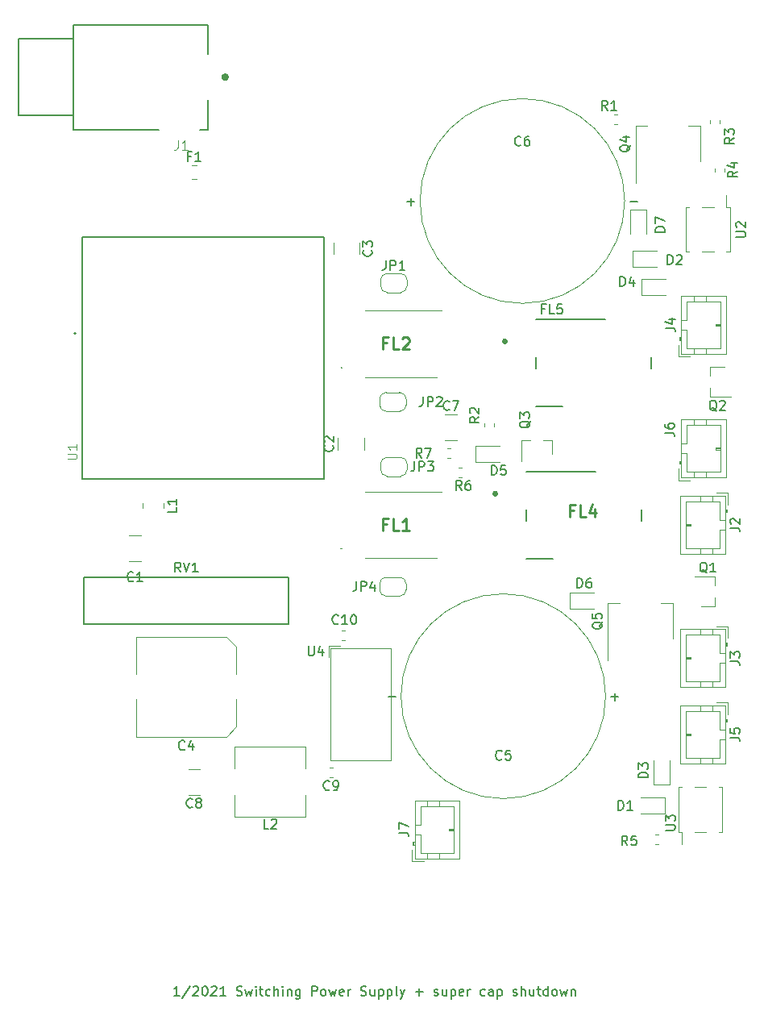
<source format=gto>
G04 #@! TF.GenerationSoftware,KiCad,Pcbnew,(5.1.5-0)*
G04 #@! TF.CreationDate,2021-01-24T11:48:24-07:00*
G04 #@! TF.ProjectId,power_cui,706f7765-725f-4637-9569-2e6b69636164,rev?*
G04 #@! TF.SameCoordinates,Original*
G04 #@! TF.FileFunction,Legend,Top*
G04 #@! TF.FilePolarity,Positive*
%FSLAX46Y46*%
G04 Gerber Fmt 4.6, Leading zero omitted, Abs format (unit mm)*
G04 Created by KiCad (PCBNEW (5.1.5-0)) date 2021-01-24 11:48:24*
%MOMM*%
%LPD*%
G04 APERTURE LIST*
%ADD10C,0.150000*%
%ADD11C,0.120000*%
%ADD12C,0.100000*%
%ADD13C,0.400000*%
%ADD14C,0.127000*%
%ADD15C,0.200000*%
%ADD16C,0.254000*%
%ADD17C,0.015000*%
G04 APERTURE END LIST*
D10*
X96476190Y-148452380D02*
X95904761Y-148452380D01*
X96190476Y-148452380D02*
X96190476Y-147452380D01*
X96095238Y-147595238D01*
X96000000Y-147690476D01*
X95904761Y-147738095D01*
X97619047Y-147404761D02*
X96761904Y-148690476D01*
X97904761Y-147547619D02*
X97952380Y-147500000D01*
X98047619Y-147452380D01*
X98285714Y-147452380D01*
X98380952Y-147500000D01*
X98428571Y-147547619D01*
X98476190Y-147642857D01*
X98476190Y-147738095D01*
X98428571Y-147880952D01*
X97857142Y-148452380D01*
X98476190Y-148452380D01*
X99095238Y-147452380D02*
X99190476Y-147452380D01*
X99285714Y-147500000D01*
X99333333Y-147547619D01*
X99380952Y-147642857D01*
X99428571Y-147833333D01*
X99428571Y-148071428D01*
X99380952Y-148261904D01*
X99333333Y-148357142D01*
X99285714Y-148404761D01*
X99190476Y-148452380D01*
X99095238Y-148452380D01*
X99000000Y-148404761D01*
X98952380Y-148357142D01*
X98904761Y-148261904D01*
X98857142Y-148071428D01*
X98857142Y-147833333D01*
X98904761Y-147642857D01*
X98952380Y-147547619D01*
X99000000Y-147500000D01*
X99095238Y-147452380D01*
X99809523Y-147547619D02*
X99857142Y-147500000D01*
X99952380Y-147452380D01*
X100190476Y-147452380D01*
X100285714Y-147500000D01*
X100333333Y-147547619D01*
X100380952Y-147642857D01*
X100380952Y-147738095D01*
X100333333Y-147880952D01*
X99761904Y-148452380D01*
X100380952Y-148452380D01*
X101333333Y-148452380D02*
X100761904Y-148452380D01*
X101047619Y-148452380D02*
X101047619Y-147452380D01*
X100952380Y-147595238D01*
X100857142Y-147690476D01*
X100761904Y-147738095D01*
X102476190Y-148404761D02*
X102619047Y-148452380D01*
X102857142Y-148452380D01*
X102952380Y-148404761D01*
X103000000Y-148357142D01*
X103047619Y-148261904D01*
X103047619Y-148166666D01*
X103000000Y-148071428D01*
X102952380Y-148023809D01*
X102857142Y-147976190D01*
X102666666Y-147928571D01*
X102571428Y-147880952D01*
X102523809Y-147833333D01*
X102476190Y-147738095D01*
X102476190Y-147642857D01*
X102523809Y-147547619D01*
X102571428Y-147500000D01*
X102666666Y-147452380D01*
X102904761Y-147452380D01*
X103047619Y-147500000D01*
X103380952Y-147785714D02*
X103571428Y-148452380D01*
X103761904Y-147976190D01*
X103952380Y-148452380D01*
X104142857Y-147785714D01*
X104523809Y-148452380D02*
X104523809Y-147785714D01*
X104523809Y-147452380D02*
X104476190Y-147500000D01*
X104523809Y-147547619D01*
X104571428Y-147500000D01*
X104523809Y-147452380D01*
X104523809Y-147547619D01*
X104857142Y-147785714D02*
X105238095Y-147785714D01*
X105000000Y-147452380D02*
X105000000Y-148309523D01*
X105047619Y-148404761D01*
X105142857Y-148452380D01*
X105238095Y-148452380D01*
X106000000Y-148404761D02*
X105904761Y-148452380D01*
X105714285Y-148452380D01*
X105619047Y-148404761D01*
X105571428Y-148357142D01*
X105523809Y-148261904D01*
X105523809Y-147976190D01*
X105571428Y-147880952D01*
X105619047Y-147833333D01*
X105714285Y-147785714D01*
X105904761Y-147785714D01*
X106000000Y-147833333D01*
X106428571Y-148452380D02*
X106428571Y-147452380D01*
X106857142Y-148452380D02*
X106857142Y-147928571D01*
X106809523Y-147833333D01*
X106714285Y-147785714D01*
X106571428Y-147785714D01*
X106476190Y-147833333D01*
X106428571Y-147880952D01*
X107333333Y-148452380D02*
X107333333Y-147785714D01*
X107333333Y-147452380D02*
X107285714Y-147500000D01*
X107333333Y-147547619D01*
X107380952Y-147500000D01*
X107333333Y-147452380D01*
X107333333Y-147547619D01*
X107809523Y-147785714D02*
X107809523Y-148452380D01*
X107809523Y-147880952D02*
X107857142Y-147833333D01*
X107952380Y-147785714D01*
X108095238Y-147785714D01*
X108190476Y-147833333D01*
X108238095Y-147928571D01*
X108238095Y-148452380D01*
X109142857Y-147785714D02*
X109142857Y-148595238D01*
X109095238Y-148690476D01*
X109047619Y-148738095D01*
X108952380Y-148785714D01*
X108809523Y-148785714D01*
X108714285Y-148738095D01*
X109142857Y-148404761D02*
X109047619Y-148452380D01*
X108857142Y-148452380D01*
X108761904Y-148404761D01*
X108714285Y-148357142D01*
X108666666Y-148261904D01*
X108666666Y-147976190D01*
X108714285Y-147880952D01*
X108761904Y-147833333D01*
X108857142Y-147785714D01*
X109047619Y-147785714D01*
X109142857Y-147833333D01*
X110380952Y-148452380D02*
X110380952Y-147452380D01*
X110761904Y-147452380D01*
X110857142Y-147500000D01*
X110904761Y-147547619D01*
X110952380Y-147642857D01*
X110952380Y-147785714D01*
X110904761Y-147880952D01*
X110857142Y-147928571D01*
X110761904Y-147976190D01*
X110380952Y-147976190D01*
X111523809Y-148452380D02*
X111428571Y-148404761D01*
X111380952Y-148357142D01*
X111333333Y-148261904D01*
X111333333Y-147976190D01*
X111380952Y-147880952D01*
X111428571Y-147833333D01*
X111523809Y-147785714D01*
X111666666Y-147785714D01*
X111761904Y-147833333D01*
X111809523Y-147880952D01*
X111857142Y-147976190D01*
X111857142Y-148261904D01*
X111809523Y-148357142D01*
X111761904Y-148404761D01*
X111666666Y-148452380D01*
X111523809Y-148452380D01*
X112190476Y-147785714D02*
X112380952Y-148452380D01*
X112571428Y-147976190D01*
X112761904Y-148452380D01*
X112952380Y-147785714D01*
X113714285Y-148404761D02*
X113619047Y-148452380D01*
X113428571Y-148452380D01*
X113333333Y-148404761D01*
X113285714Y-148309523D01*
X113285714Y-147928571D01*
X113333333Y-147833333D01*
X113428571Y-147785714D01*
X113619047Y-147785714D01*
X113714285Y-147833333D01*
X113761904Y-147928571D01*
X113761904Y-148023809D01*
X113285714Y-148119047D01*
X114190476Y-148452380D02*
X114190476Y-147785714D01*
X114190476Y-147976190D02*
X114238095Y-147880952D01*
X114285714Y-147833333D01*
X114380952Y-147785714D01*
X114476190Y-147785714D01*
X115523809Y-148404761D02*
X115666666Y-148452380D01*
X115904761Y-148452380D01*
X116000000Y-148404761D01*
X116047619Y-148357142D01*
X116095238Y-148261904D01*
X116095238Y-148166666D01*
X116047619Y-148071428D01*
X116000000Y-148023809D01*
X115904761Y-147976190D01*
X115714285Y-147928571D01*
X115619047Y-147880952D01*
X115571428Y-147833333D01*
X115523809Y-147738095D01*
X115523809Y-147642857D01*
X115571428Y-147547619D01*
X115619047Y-147500000D01*
X115714285Y-147452380D01*
X115952380Y-147452380D01*
X116095238Y-147500000D01*
X116952380Y-147785714D02*
X116952380Y-148452380D01*
X116523809Y-147785714D02*
X116523809Y-148309523D01*
X116571428Y-148404761D01*
X116666666Y-148452380D01*
X116809523Y-148452380D01*
X116904761Y-148404761D01*
X116952380Y-148357142D01*
X117428571Y-147785714D02*
X117428571Y-148785714D01*
X117428571Y-147833333D02*
X117523809Y-147785714D01*
X117714285Y-147785714D01*
X117809523Y-147833333D01*
X117857142Y-147880952D01*
X117904761Y-147976190D01*
X117904761Y-148261904D01*
X117857142Y-148357142D01*
X117809523Y-148404761D01*
X117714285Y-148452380D01*
X117523809Y-148452380D01*
X117428571Y-148404761D01*
X118333333Y-147785714D02*
X118333333Y-148785714D01*
X118333333Y-147833333D02*
X118428571Y-147785714D01*
X118619047Y-147785714D01*
X118714285Y-147833333D01*
X118761904Y-147880952D01*
X118809523Y-147976190D01*
X118809523Y-148261904D01*
X118761904Y-148357142D01*
X118714285Y-148404761D01*
X118619047Y-148452380D01*
X118428571Y-148452380D01*
X118333333Y-148404761D01*
X119380952Y-148452380D02*
X119285714Y-148404761D01*
X119238095Y-148309523D01*
X119238095Y-147452380D01*
X119666666Y-147785714D02*
X119904761Y-148452380D01*
X120142857Y-147785714D02*
X119904761Y-148452380D01*
X119809523Y-148690476D01*
X119761904Y-148738095D01*
X119666666Y-148785714D01*
X121285714Y-148071428D02*
X122047619Y-148071428D01*
X121666666Y-148452380D02*
X121666666Y-147690476D01*
X123238095Y-148404761D02*
X123333333Y-148452380D01*
X123523809Y-148452380D01*
X123619047Y-148404761D01*
X123666666Y-148309523D01*
X123666666Y-148261904D01*
X123619047Y-148166666D01*
X123523809Y-148119047D01*
X123380952Y-148119047D01*
X123285714Y-148071428D01*
X123238095Y-147976190D01*
X123238095Y-147928571D01*
X123285714Y-147833333D01*
X123380952Y-147785714D01*
X123523809Y-147785714D01*
X123619047Y-147833333D01*
X124523809Y-147785714D02*
X124523809Y-148452380D01*
X124095238Y-147785714D02*
X124095238Y-148309523D01*
X124142857Y-148404761D01*
X124238095Y-148452380D01*
X124380952Y-148452380D01*
X124476190Y-148404761D01*
X124523809Y-148357142D01*
X124999999Y-147785714D02*
X124999999Y-148785714D01*
X124999999Y-147833333D02*
X125095238Y-147785714D01*
X125285714Y-147785714D01*
X125380952Y-147833333D01*
X125428571Y-147880952D01*
X125476190Y-147976190D01*
X125476190Y-148261904D01*
X125428571Y-148357142D01*
X125380952Y-148404761D01*
X125285714Y-148452380D01*
X125095238Y-148452380D01*
X124999999Y-148404761D01*
X126285714Y-148404761D02*
X126190476Y-148452380D01*
X125999999Y-148452380D01*
X125904761Y-148404761D01*
X125857142Y-148309523D01*
X125857142Y-147928571D01*
X125904761Y-147833333D01*
X125999999Y-147785714D01*
X126190476Y-147785714D01*
X126285714Y-147833333D01*
X126333333Y-147928571D01*
X126333333Y-148023809D01*
X125857142Y-148119047D01*
X126761904Y-148452380D02*
X126761904Y-147785714D01*
X126761904Y-147976190D02*
X126809523Y-147880952D01*
X126857142Y-147833333D01*
X126952380Y-147785714D01*
X127047619Y-147785714D01*
X128571428Y-148404761D02*
X128476190Y-148452380D01*
X128285714Y-148452380D01*
X128190476Y-148404761D01*
X128142857Y-148357142D01*
X128095238Y-148261904D01*
X128095238Y-147976190D01*
X128142857Y-147880952D01*
X128190476Y-147833333D01*
X128285714Y-147785714D01*
X128476190Y-147785714D01*
X128571428Y-147833333D01*
X129428571Y-148452380D02*
X129428571Y-147928571D01*
X129380952Y-147833333D01*
X129285714Y-147785714D01*
X129095238Y-147785714D01*
X128999999Y-147833333D01*
X129428571Y-148404761D02*
X129333333Y-148452380D01*
X129095238Y-148452380D01*
X128999999Y-148404761D01*
X128952380Y-148309523D01*
X128952380Y-148214285D01*
X128999999Y-148119047D01*
X129095238Y-148071428D01*
X129333333Y-148071428D01*
X129428571Y-148023809D01*
X129904761Y-147785714D02*
X129904761Y-148785714D01*
X129904761Y-147833333D02*
X130000000Y-147785714D01*
X130190476Y-147785714D01*
X130285714Y-147833333D01*
X130333333Y-147880952D01*
X130380952Y-147976190D01*
X130380952Y-148261904D01*
X130333333Y-148357142D01*
X130285714Y-148404761D01*
X130190476Y-148452380D01*
X130000000Y-148452380D01*
X129904761Y-148404761D01*
X131523809Y-148404761D02*
X131619047Y-148452380D01*
X131809523Y-148452380D01*
X131904761Y-148404761D01*
X131952380Y-148309523D01*
X131952380Y-148261904D01*
X131904761Y-148166666D01*
X131809523Y-148119047D01*
X131666666Y-148119047D01*
X131571428Y-148071428D01*
X131523809Y-147976190D01*
X131523809Y-147928571D01*
X131571428Y-147833333D01*
X131666666Y-147785714D01*
X131809523Y-147785714D01*
X131904761Y-147833333D01*
X132380952Y-148452380D02*
X132380952Y-147452380D01*
X132809523Y-148452380D02*
X132809523Y-147928571D01*
X132761904Y-147833333D01*
X132666666Y-147785714D01*
X132523809Y-147785714D01*
X132428571Y-147833333D01*
X132380952Y-147880952D01*
X133714285Y-147785714D02*
X133714285Y-148452380D01*
X133285714Y-147785714D02*
X133285714Y-148309523D01*
X133333333Y-148404761D01*
X133428571Y-148452380D01*
X133571428Y-148452380D01*
X133666666Y-148404761D01*
X133714285Y-148357142D01*
X134047619Y-147785714D02*
X134428571Y-147785714D01*
X134190476Y-147452380D02*
X134190476Y-148309523D01*
X134238095Y-148404761D01*
X134333333Y-148452380D01*
X134428571Y-148452380D01*
X135190476Y-148452380D02*
X135190476Y-147452380D01*
X135190476Y-148404761D02*
X135095238Y-148452380D01*
X134904761Y-148452380D01*
X134809523Y-148404761D01*
X134761904Y-148357142D01*
X134714285Y-148261904D01*
X134714285Y-147976190D01*
X134761904Y-147880952D01*
X134809523Y-147833333D01*
X134904761Y-147785714D01*
X135095238Y-147785714D01*
X135190476Y-147833333D01*
X135809523Y-148452380D02*
X135714285Y-148404761D01*
X135666666Y-148357142D01*
X135619047Y-148261904D01*
X135619047Y-147976190D01*
X135666666Y-147880952D01*
X135714285Y-147833333D01*
X135809523Y-147785714D01*
X135952380Y-147785714D01*
X136047619Y-147833333D01*
X136095238Y-147880952D01*
X136142857Y-147976190D01*
X136142857Y-148261904D01*
X136095238Y-148357142D01*
X136047619Y-148404761D01*
X135952380Y-148452380D01*
X135809523Y-148452380D01*
X136476190Y-147785714D02*
X136666666Y-148452380D01*
X136857142Y-147976190D01*
X137047619Y-148452380D01*
X137238095Y-147785714D01*
X137619047Y-147785714D02*
X137619047Y-148452380D01*
X137619047Y-147880952D02*
X137666666Y-147833333D01*
X137761904Y-147785714D01*
X137904761Y-147785714D01*
X137999999Y-147833333D01*
X138047619Y-147928571D01*
X138047619Y-148452380D01*
D11*
X144390000Y-63100000D02*
X144390000Y-57090000D01*
X151210000Y-60850000D02*
X151210000Y-57090000D01*
X144390000Y-57090000D02*
X145650000Y-57090000D01*
X151210000Y-57090000D02*
X149950000Y-57090000D01*
X152190000Y-56528733D02*
X152190000Y-56871267D01*
X153210000Y-56528733D02*
X153210000Y-56871267D01*
X142128733Y-56910000D02*
X142471267Y-56910000D01*
X142128733Y-55890000D02*
X142471267Y-55890000D01*
X141490000Y-113200000D02*
X141490000Y-107190000D01*
X148310000Y-110950000D02*
X148310000Y-107190000D01*
X141490000Y-107190000D02*
X142750000Y-107190000D01*
X148310000Y-107190000D02*
X147050000Y-107190000D01*
X145550000Y-65900000D02*
X145550000Y-68450000D01*
X143850000Y-65900000D02*
X143850000Y-68450000D01*
X145550000Y-65900000D02*
X143850000Y-65900000D01*
X137500000Y-106150000D02*
X140050000Y-106150000D01*
X137500000Y-107850000D02*
X140050000Y-107850000D01*
X137500000Y-106150000D02*
X137500000Y-107850000D01*
X112150000Y-111730000D02*
X112150000Y-112930000D01*
X113350000Y-111730000D02*
X112150000Y-111730000D01*
X118690000Y-123700000D02*
X112350000Y-123700000D01*
X112350000Y-111930000D02*
X112350000Y-123700000D01*
X118690000Y-111930000D02*
X112350000Y-111930000D01*
X118690000Y-111930000D02*
X118690000Y-123700000D01*
X102300000Y-129700000D02*
X102300000Y-127400000D01*
X109700000Y-129700000D02*
X102300000Y-129700000D01*
X109700000Y-127400000D02*
X109700000Y-129700000D01*
X109700000Y-122300000D02*
X109700000Y-124600000D01*
X102300000Y-122300000D02*
X109700000Y-122300000D01*
X102300000Y-124600000D02*
X102300000Y-122300000D01*
X120890000Y-134360000D02*
X122140000Y-134360000D01*
X120890000Y-133110000D02*
X120890000Y-134360000D01*
X125300000Y-131000000D02*
X124800000Y-131000000D01*
X124800000Y-130900000D02*
X125300000Y-130900000D01*
X124800000Y-131100000D02*
X124800000Y-130900000D01*
X125300000Y-131100000D02*
X124800000Y-131100000D01*
X123800000Y-127940000D02*
X123800000Y-128550000D01*
X122500000Y-127940000D02*
X122500000Y-128550000D01*
X123800000Y-134060000D02*
X123800000Y-133450000D01*
X122500000Y-134060000D02*
X122500000Y-133450000D01*
X121800000Y-130500000D02*
X121190000Y-130500000D01*
X121800000Y-128550000D02*
X121800000Y-130500000D01*
X125300000Y-128550000D02*
X121800000Y-128550000D01*
X125300000Y-133450000D02*
X125300000Y-128550000D01*
X121800000Y-133450000D02*
X125300000Y-133450000D01*
X121800000Y-131500000D02*
X121800000Y-133450000D01*
X121190000Y-131500000D02*
X121800000Y-131500000D01*
X121090000Y-132300000D02*
X121090000Y-132600000D01*
X120990000Y-132600000D02*
X121190000Y-132600000D01*
X120990000Y-132300000D02*
X120990000Y-132600000D01*
X121190000Y-132300000D02*
X120990000Y-132300000D01*
X121190000Y-127940000D02*
X121190000Y-134060000D01*
X125910000Y-127940000D02*
X121190000Y-127940000D01*
X125910000Y-134060000D02*
X125910000Y-127940000D01*
X121190000Y-134060000D02*
X125910000Y-134060000D01*
X113871267Y-110090000D02*
X113528733Y-110090000D01*
X113871267Y-111110000D02*
X113528733Y-111110000D01*
X112571267Y-124490000D02*
X112228733Y-124490000D01*
X112571267Y-125510000D02*
X112228733Y-125510000D01*
X98602064Y-124640000D02*
X97397936Y-124640000D01*
X98602064Y-127360000D02*
X97397936Y-127360000D01*
D12*
X116000000Y-95500000D02*
X124000000Y-95500000D01*
X116000000Y-102500000D02*
X123500000Y-102500000D01*
X113500000Y-101500000D02*
X113500000Y-101500000D01*
X113400000Y-101500000D02*
X113400000Y-101500000D01*
X113400000Y-101500000D02*
G75*
G02X113500000Y-101500000I50000J0D01*
G01*
X113500000Y-101500000D02*
G75*
G02X113400000Y-101500000I-50000J0D01*
G01*
D11*
X124628733Y-92010000D02*
X124971267Y-92010000D01*
X124628733Y-90990000D02*
X124971267Y-90990000D01*
X126171267Y-92990000D02*
X125828733Y-92990000D01*
X126171267Y-94010000D02*
X125828733Y-94010000D01*
X135580000Y-90140000D02*
X135580000Y-91600000D01*
X132420000Y-90140000D02*
X132420000Y-92300000D01*
X132420000Y-90140000D02*
X133350000Y-90140000D01*
X135580000Y-90140000D02*
X134650000Y-90140000D01*
D12*
X116000000Y-76500000D02*
X124000000Y-76500000D01*
X116000000Y-83500000D02*
X123500000Y-83500000D01*
X113500000Y-82500000D02*
X113500000Y-82500000D01*
X113400000Y-82500000D02*
X113400000Y-82500000D01*
X113400000Y-82500000D02*
G75*
G02X113500000Y-82500000I50000J0D01*
G01*
X113500000Y-82500000D02*
G75*
G02X113400000Y-82500000I-50000J0D01*
G01*
D11*
X127600000Y-90750000D02*
X130150000Y-90750000D01*
X127600000Y-92450000D02*
X130150000Y-92450000D01*
X127600000Y-90750000D02*
X127600000Y-92450000D01*
X143250000Y-65000000D02*
G75*
G03X143250000Y-65000000I-10750000J0D01*
G01*
X141250000Y-117000000D02*
G75*
G03X141250000Y-117000000I-10750000J0D01*
G01*
X151820000Y-126550000D02*
X150580000Y-126550000D01*
X151820000Y-131250000D02*
X150580000Y-131250000D01*
X149250000Y-131250000D02*
X148900000Y-131250000D01*
X148900000Y-131250000D02*
X148900000Y-126550000D01*
X148900000Y-126550000D02*
X149250000Y-126550000D01*
X149250000Y-131250000D02*
X149250000Y-132500000D01*
X153150000Y-131250000D02*
X153500000Y-131250000D01*
X153500000Y-131250000D02*
X153500000Y-126550000D01*
X153500000Y-126550000D02*
X153150000Y-126550000D01*
X146428733Y-132510000D02*
X146771267Y-132510000D01*
X146428733Y-131490000D02*
X146771267Y-131490000D01*
X151380000Y-70350000D02*
X152620000Y-70350000D01*
X151380000Y-65650000D02*
X152620000Y-65650000D01*
X153950000Y-65650000D02*
X154300000Y-65650000D01*
X154300000Y-65650000D02*
X154300000Y-70350000D01*
X154300000Y-70350000D02*
X153950000Y-70350000D01*
X153950000Y-65650000D02*
X153950000Y-64400000D01*
X150050000Y-65650000D02*
X149700000Y-65650000D01*
X149700000Y-65650000D02*
X149700000Y-70350000D01*
X149700000Y-70350000D02*
X150050000Y-70350000D01*
X152690000Y-61553733D02*
X152690000Y-61896267D01*
X153710000Y-61553733D02*
X153710000Y-61896267D01*
D13*
X101480000Y-51990000D02*
G75*
G03X101480000Y-51990000I-200000J0D01*
G01*
D14*
X85300000Y-57500000D02*
X85300000Y-56000000D01*
X85300000Y-56000000D02*
X85300000Y-48000000D01*
X85300000Y-48000000D02*
X85300000Y-46500000D01*
X85300000Y-46500000D02*
X99500000Y-46500000D01*
X79600000Y-56000000D02*
X79600000Y-48000000D01*
X79600000Y-48000000D02*
X85300000Y-48000000D01*
X79600000Y-56000000D02*
X85300000Y-56000000D01*
X94300000Y-57500000D02*
X85300000Y-57500000D01*
X99500000Y-57500000D02*
X98600000Y-57500000D01*
X99500000Y-54400000D02*
X99500000Y-57500000D01*
X99500000Y-46500000D02*
X99500000Y-49600000D01*
D11*
X148890000Y-94360000D02*
X150140000Y-94360000D01*
X148890000Y-93110000D02*
X148890000Y-94360000D01*
X153300000Y-91000000D02*
X152800000Y-91000000D01*
X152800000Y-90900000D02*
X153300000Y-90900000D01*
X152800000Y-91100000D02*
X152800000Y-90900000D01*
X153300000Y-91100000D02*
X152800000Y-91100000D01*
X151800000Y-87940000D02*
X151800000Y-88550000D01*
X150500000Y-87940000D02*
X150500000Y-88550000D01*
X151800000Y-94060000D02*
X151800000Y-93450000D01*
X150500000Y-94060000D02*
X150500000Y-93450000D01*
X149800000Y-90500000D02*
X149190000Y-90500000D01*
X149800000Y-88550000D02*
X149800000Y-90500000D01*
X153300000Y-88550000D02*
X149800000Y-88550000D01*
X153300000Y-93450000D02*
X153300000Y-88550000D01*
X149800000Y-93450000D02*
X153300000Y-93450000D01*
X149800000Y-91500000D02*
X149800000Y-93450000D01*
X149190000Y-91500000D02*
X149800000Y-91500000D01*
X149090000Y-92300000D02*
X149090000Y-92600000D01*
X148990000Y-92600000D02*
X149190000Y-92600000D01*
X148990000Y-92300000D02*
X148990000Y-92600000D01*
X149190000Y-92300000D02*
X148990000Y-92300000D01*
X149190000Y-87940000D02*
X149190000Y-94060000D01*
X153910000Y-87940000D02*
X149190000Y-87940000D01*
X153910000Y-94060000D02*
X153910000Y-87940000D01*
X149190000Y-94060000D02*
X153910000Y-94060000D01*
X124397936Y-90160000D02*
X125602064Y-90160000D01*
X124397936Y-87440000D02*
X125602064Y-87440000D01*
X128490000Y-88328733D02*
X128490000Y-88671267D01*
X129510000Y-88328733D02*
X129510000Y-88671267D01*
X152240000Y-82420000D02*
X153700000Y-82420000D01*
X152240000Y-85580000D02*
X154400000Y-85580000D01*
X152240000Y-85580000D02*
X152240000Y-84650000D01*
X152240000Y-82420000D02*
X152240000Y-83350000D01*
X152760000Y-107580000D02*
X151300000Y-107580000D01*
X152760000Y-104420000D02*
X150600000Y-104420000D01*
X152760000Y-104420000D02*
X152760000Y-105350000D01*
X152760000Y-107580000D02*
X152760000Y-106650000D01*
X154110000Y-117640000D02*
X152860000Y-117640000D01*
X154110000Y-118890000D02*
X154110000Y-117640000D01*
X149700000Y-121000000D02*
X150200000Y-121000000D01*
X150200000Y-121100000D02*
X149700000Y-121100000D01*
X150200000Y-120900000D02*
X150200000Y-121100000D01*
X149700000Y-120900000D02*
X150200000Y-120900000D01*
X151200000Y-124060000D02*
X151200000Y-123450000D01*
X152500000Y-124060000D02*
X152500000Y-123450000D01*
X151200000Y-117940000D02*
X151200000Y-118550000D01*
X152500000Y-117940000D02*
X152500000Y-118550000D01*
X153200000Y-121500000D02*
X153810000Y-121500000D01*
X153200000Y-123450000D02*
X153200000Y-121500000D01*
X149700000Y-123450000D02*
X153200000Y-123450000D01*
X149700000Y-118550000D02*
X149700000Y-123450000D01*
X153200000Y-118550000D02*
X149700000Y-118550000D01*
X153200000Y-120500000D02*
X153200000Y-118550000D01*
X153810000Y-120500000D02*
X153200000Y-120500000D01*
X153910000Y-119700000D02*
X153910000Y-119400000D01*
X154010000Y-119400000D02*
X153810000Y-119400000D01*
X154010000Y-119700000D02*
X154010000Y-119400000D01*
X153810000Y-119700000D02*
X154010000Y-119700000D01*
X153810000Y-124060000D02*
X153810000Y-117940000D01*
X149090000Y-124060000D02*
X153810000Y-124060000D01*
X149090000Y-117940000D02*
X149090000Y-124060000D01*
X153810000Y-117940000D02*
X149090000Y-117940000D01*
X148890000Y-81360000D02*
X150140000Y-81360000D01*
X148890000Y-80110000D02*
X148890000Y-81360000D01*
X153300000Y-78000000D02*
X152800000Y-78000000D01*
X152800000Y-77900000D02*
X153300000Y-77900000D01*
X152800000Y-78100000D02*
X152800000Y-77900000D01*
X153300000Y-78100000D02*
X152800000Y-78100000D01*
X151800000Y-74940000D02*
X151800000Y-75550000D01*
X150500000Y-74940000D02*
X150500000Y-75550000D01*
X151800000Y-81060000D02*
X151800000Y-80450000D01*
X150500000Y-81060000D02*
X150500000Y-80450000D01*
X149800000Y-77500000D02*
X149190000Y-77500000D01*
X149800000Y-75550000D02*
X149800000Y-77500000D01*
X153300000Y-75550000D02*
X149800000Y-75550000D01*
X153300000Y-80450000D02*
X153300000Y-75550000D01*
X149800000Y-80450000D02*
X153300000Y-80450000D01*
X149800000Y-78500000D02*
X149800000Y-80450000D01*
X149190000Y-78500000D02*
X149800000Y-78500000D01*
X149090000Y-79300000D02*
X149090000Y-79600000D01*
X148990000Y-79600000D02*
X149190000Y-79600000D01*
X148990000Y-79300000D02*
X148990000Y-79600000D01*
X149190000Y-79300000D02*
X148990000Y-79300000D01*
X149190000Y-74940000D02*
X149190000Y-81060000D01*
X153910000Y-74940000D02*
X149190000Y-74940000D01*
X153910000Y-81060000D02*
X153910000Y-74940000D01*
X149190000Y-81060000D02*
X153910000Y-81060000D01*
X154110000Y-109640000D02*
X152860000Y-109640000D01*
X154110000Y-110890000D02*
X154110000Y-109640000D01*
X149700000Y-113000000D02*
X150200000Y-113000000D01*
X150200000Y-113100000D02*
X149700000Y-113100000D01*
X150200000Y-112900000D02*
X150200000Y-113100000D01*
X149700000Y-112900000D02*
X150200000Y-112900000D01*
X151200000Y-116060000D02*
X151200000Y-115450000D01*
X152500000Y-116060000D02*
X152500000Y-115450000D01*
X151200000Y-109940000D02*
X151200000Y-110550000D01*
X152500000Y-109940000D02*
X152500000Y-110550000D01*
X153200000Y-113500000D02*
X153810000Y-113500000D01*
X153200000Y-115450000D02*
X153200000Y-113500000D01*
X149700000Y-115450000D02*
X153200000Y-115450000D01*
X149700000Y-110550000D02*
X149700000Y-115450000D01*
X153200000Y-110550000D02*
X149700000Y-110550000D01*
X153200000Y-112500000D02*
X153200000Y-110550000D01*
X153810000Y-112500000D02*
X153200000Y-112500000D01*
X153910000Y-111700000D02*
X153910000Y-111400000D01*
X154010000Y-111400000D02*
X153810000Y-111400000D01*
X154010000Y-111700000D02*
X154010000Y-111400000D01*
X153810000Y-111700000D02*
X154010000Y-111700000D01*
X153810000Y-116060000D02*
X153810000Y-109940000D01*
X149090000Y-116060000D02*
X153810000Y-116060000D01*
X149090000Y-109940000D02*
X149090000Y-116060000D01*
X153810000Y-109940000D02*
X149090000Y-109940000D01*
X154110000Y-95640000D02*
X152860000Y-95640000D01*
X154110000Y-96890000D02*
X154110000Y-95640000D01*
X149700000Y-99000000D02*
X150200000Y-99000000D01*
X150200000Y-99100000D02*
X149700000Y-99100000D01*
X150200000Y-98900000D02*
X150200000Y-99100000D01*
X149700000Y-98900000D02*
X150200000Y-98900000D01*
X151200000Y-102060000D02*
X151200000Y-101450000D01*
X152500000Y-102060000D02*
X152500000Y-101450000D01*
X151200000Y-95940000D02*
X151200000Y-96550000D01*
X152500000Y-95940000D02*
X152500000Y-96550000D01*
X153200000Y-99500000D02*
X153810000Y-99500000D01*
X153200000Y-101450000D02*
X153200000Y-99500000D01*
X149700000Y-101450000D02*
X153200000Y-101450000D01*
X149700000Y-96550000D02*
X149700000Y-101450000D01*
X153200000Y-96550000D02*
X149700000Y-96550000D01*
X153200000Y-98500000D02*
X153200000Y-96550000D01*
X153810000Y-98500000D02*
X153200000Y-98500000D01*
X153910000Y-97700000D02*
X153910000Y-97400000D01*
X154010000Y-97400000D02*
X153810000Y-97400000D01*
X154010000Y-97700000D02*
X154010000Y-97400000D01*
X153810000Y-97700000D02*
X154010000Y-97700000D01*
X153810000Y-102060000D02*
X153810000Y-95940000D01*
X149090000Y-102060000D02*
X153810000Y-102060000D01*
X149090000Y-95940000D02*
X149090000Y-102060000D01*
X153810000Y-95940000D02*
X149090000Y-95940000D01*
X145000000Y-73150000D02*
X147550000Y-73150000D01*
X145000000Y-74850000D02*
X147550000Y-74850000D01*
X145000000Y-73150000D02*
X145000000Y-74850000D01*
X146250000Y-126300000D02*
X146250000Y-123750000D01*
X147950000Y-126300000D02*
X147950000Y-123750000D01*
X146250000Y-126300000D02*
X147950000Y-126300000D01*
X144100000Y-70250000D02*
X146650000Y-70250000D01*
X144100000Y-71950000D02*
X146650000Y-71950000D01*
X144100000Y-70250000D02*
X144100000Y-71950000D01*
X147500000Y-129350000D02*
X144950000Y-129350000D01*
X147500000Y-127650000D02*
X144950000Y-127650000D01*
X147500000Y-129350000D02*
X147500000Y-127650000D01*
X92590000Y-96738748D02*
X92590000Y-97261252D01*
X94810000Y-96738748D02*
X94810000Y-97261252D01*
D14*
X111700000Y-94200000D02*
X86300000Y-94200000D01*
X86300000Y-94200000D02*
X86300000Y-68800000D01*
X86300000Y-68800000D02*
X111700000Y-68800000D01*
X111700000Y-68800000D02*
X111700000Y-94200000D01*
D15*
X85600000Y-78900000D02*
G75*
G03X85600000Y-78900000I-100000J0D01*
G01*
D10*
X107950000Y-109400000D02*
X107950000Y-104500000D01*
X86450000Y-109400000D02*
X86450000Y-104500000D01*
X107950000Y-109400000D02*
X86450000Y-109400000D01*
X107950000Y-104500000D02*
X86450000Y-104500000D01*
D11*
X97738748Y-62710000D02*
X98261252Y-62710000D01*
X97738748Y-61290000D02*
X98261252Y-61290000D01*
X102460000Y-111804437D02*
X101395563Y-110740000D01*
X102460000Y-120195563D02*
X101395563Y-121260000D01*
X102460000Y-120195563D02*
X102460000Y-117310000D01*
X102460000Y-111804437D02*
X102460000Y-114690000D01*
X101395563Y-110740000D02*
X91940000Y-110740000D01*
X101395563Y-121260000D02*
X91940000Y-121260000D01*
X91940000Y-121260000D02*
X91940000Y-117310000D01*
X91940000Y-110740000D02*
X91940000Y-114690000D01*
X112640000Y-69397936D02*
X112640000Y-70602064D01*
X115360000Y-69397936D02*
X115360000Y-70602064D01*
X115860000Y-91102064D02*
X115860000Y-89897936D01*
X113140000Y-91102064D02*
X113140000Y-89897936D01*
X92402064Y-100140000D02*
X91197936Y-100140000D01*
X92402064Y-102860000D02*
X91197936Y-102860000D01*
D16*
X129838000Y-95742000D02*
G75*
G03X129838000Y-95742000I-180000J0D01*
G01*
D15*
X145050000Y-97400000D02*
X145050000Y-98600000D01*
X132950000Y-97400000D02*
X132950000Y-98600000D01*
X132950000Y-102550000D02*
X135716000Y-102550000D01*
X132950000Y-93450000D02*
X140193000Y-93450000D01*
D16*
X130838000Y-79742000D02*
G75*
G03X130838000Y-79742000I-180000J0D01*
G01*
D15*
X146050000Y-81400000D02*
X146050000Y-82600000D01*
X133950000Y-81400000D02*
X133950000Y-82600000D01*
X133950000Y-86550000D02*
X136716000Y-86550000D01*
X133950000Y-77450000D02*
X141193000Y-77450000D01*
D11*
X118200000Y-104500000D02*
X119600000Y-104500000D01*
X120300000Y-105200000D02*
X120300000Y-105800000D01*
X119600000Y-106500000D02*
X118200000Y-106500000D01*
X117500000Y-105800000D02*
X117500000Y-105200000D01*
X117500000Y-105200000D02*
G75*
G02X118200000Y-104500000I700000J0D01*
G01*
X118200000Y-106500000D02*
G75*
G02X117500000Y-105800000I0J700000D01*
G01*
X120300000Y-105800000D02*
G75*
G02X119600000Y-106500000I-700000J0D01*
G01*
X119600000Y-104500000D02*
G75*
G02X120300000Y-105200000I0J-700000D01*
G01*
X118300000Y-91900000D02*
X119700000Y-91900000D01*
X120400000Y-92600000D02*
X120400000Y-93200000D01*
X119700000Y-93900000D02*
X118300000Y-93900000D01*
X117600000Y-93200000D02*
X117600000Y-92600000D01*
X117600000Y-92600000D02*
G75*
G02X118300000Y-91900000I700000J0D01*
G01*
X118300000Y-93900000D02*
G75*
G02X117600000Y-93200000I0J700000D01*
G01*
X120400000Y-93200000D02*
G75*
G02X119700000Y-93900000I-700000J0D01*
G01*
X119700000Y-91900000D02*
G75*
G02X120400000Y-92600000I0J-700000D01*
G01*
X118200000Y-85100000D02*
X119600000Y-85100000D01*
X120300000Y-85800000D02*
X120300000Y-86400000D01*
X119600000Y-87100000D02*
X118200000Y-87100000D01*
X117500000Y-86400000D02*
X117500000Y-85800000D01*
X117500000Y-85800000D02*
G75*
G02X118200000Y-85100000I700000J0D01*
G01*
X118200000Y-87100000D02*
G75*
G02X117500000Y-86400000I0J700000D01*
G01*
X120300000Y-86400000D02*
G75*
G02X119600000Y-87100000I-700000J0D01*
G01*
X119600000Y-85100000D02*
G75*
G02X120300000Y-85800000I0J-700000D01*
G01*
X118300000Y-72600000D02*
X119700000Y-72600000D01*
X120400000Y-73300000D02*
X120400000Y-73900000D01*
X119700000Y-74600000D02*
X118300000Y-74600000D01*
X117600000Y-73900000D02*
X117600000Y-73300000D01*
X117600000Y-73300000D02*
G75*
G02X118300000Y-72600000I700000J0D01*
G01*
X118300000Y-74600000D02*
G75*
G02X117600000Y-73900000I0J700000D01*
G01*
X120400000Y-73900000D02*
G75*
G02X119700000Y-74600000I-700000J0D01*
G01*
X119700000Y-72600000D02*
G75*
G02X120400000Y-73300000I0J-700000D01*
G01*
D10*
X143847619Y-59095238D02*
X143800000Y-59190476D01*
X143704761Y-59285714D01*
X143561904Y-59428571D01*
X143514285Y-59523809D01*
X143514285Y-59619047D01*
X143752380Y-59571428D02*
X143704761Y-59666666D01*
X143609523Y-59761904D01*
X143419047Y-59809523D01*
X143085714Y-59809523D01*
X142895238Y-59761904D01*
X142800000Y-59666666D01*
X142752380Y-59571428D01*
X142752380Y-59380952D01*
X142800000Y-59285714D01*
X142895238Y-59190476D01*
X143085714Y-59142857D01*
X143419047Y-59142857D01*
X143609523Y-59190476D01*
X143704761Y-59285714D01*
X143752380Y-59380952D01*
X143752380Y-59571428D01*
X143085714Y-58285714D02*
X143752380Y-58285714D01*
X142704761Y-58523809D02*
X143419047Y-58761904D01*
X143419047Y-58142857D01*
X154752380Y-58366666D02*
X154276190Y-58700000D01*
X154752380Y-58938095D02*
X153752380Y-58938095D01*
X153752380Y-58557142D01*
X153800000Y-58461904D01*
X153847619Y-58414285D01*
X153942857Y-58366666D01*
X154085714Y-58366666D01*
X154180952Y-58414285D01*
X154228571Y-58461904D01*
X154276190Y-58557142D01*
X154276190Y-58938095D01*
X153752380Y-58033333D02*
X153752380Y-57414285D01*
X154133333Y-57747619D01*
X154133333Y-57604761D01*
X154180952Y-57509523D01*
X154228571Y-57461904D01*
X154323809Y-57414285D01*
X154561904Y-57414285D01*
X154657142Y-57461904D01*
X154704761Y-57509523D01*
X154752380Y-57604761D01*
X154752380Y-57890476D01*
X154704761Y-57985714D01*
X154657142Y-58033333D01*
X141433333Y-55452380D02*
X141100000Y-54976190D01*
X140861904Y-55452380D02*
X140861904Y-54452380D01*
X141242857Y-54452380D01*
X141338095Y-54500000D01*
X141385714Y-54547619D01*
X141433333Y-54642857D01*
X141433333Y-54785714D01*
X141385714Y-54880952D01*
X141338095Y-54928571D01*
X141242857Y-54976190D01*
X140861904Y-54976190D01*
X142385714Y-55452380D02*
X141814285Y-55452380D01*
X142100000Y-55452380D02*
X142100000Y-54452380D01*
X142004761Y-54595238D01*
X141909523Y-54690476D01*
X141814285Y-54738095D01*
X140947619Y-109195238D02*
X140900000Y-109290476D01*
X140804761Y-109385714D01*
X140661904Y-109528571D01*
X140614285Y-109623809D01*
X140614285Y-109719047D01*
X140852380Y-109671428D02*
X140804761Y-109766666D01*
X140709523Y-109861904D01*
X140519047Y-109909523D01*
X140185714Y-109909523D01*
X139995238Y-109861904D01*
X139900000Y-109766666D01*
X139852380Y-109671428D01*
X139852380Y-109480952D01*
X139900000Y-109385714D01*
X139995238Y-109290476D01*
X140185714Y-109242857D01*
X140519047Y-109242857D01*
X140709523Y-109290476D01*
X140804761Y-109385714D01*
X140852380Y-109480952D01*
X140852380Y-109671428D01*
X139852380Y-108338095D02*
X139852380Y-108814285D01*
X140328571Y-108861904D01*
X140280952Y-108814285D01*
X140233333Y-108719047D01*
X140233333Y-108480952D01*
X140280952Y-108385714D01*
X140328571Y-108338095D01*
X140423809Y-108290476D01*
X140661904Y-108290476D01*
X140757142Y-108338095D01*
X140804761Y-108385714D01*
X140852380Y-108480952D01*
X140852380Y-108719047D01*
X140804761Y-108814285D01*
X140757142Y-108861904D01*
X147452380Y-68238095D02*
X146452380Y-68238095D01*
X146452380Y-68000000D01*
X146500000Y-67857142D01*
X146595238Y-67761904D01*
X146690476Y-67714285D01*
X146880952Y-67666666D01*
X147023809Y-67666666D01*
X147214285Y-67714285D01*
X147309523Y-67761904D01*
X147404761Y-67857142D01*
X147452380Y-68000000D01*
X147452380Y-68238095D01*
X146452380Y-67333333D02*
X146452380Y-66666666D01*
X147452380Y-67095238D01*
X138261904Y-105602380D02*
X138261904Y-104602380D01*
X138500000Y-104602380D01*
X138642857Y-104650000D01*
X138738095Y-104745238D01*
X138785714Y-104840476D01*
X138833333Y-105030952D01*
X138833333Y-105173809D01*
X138785714Y-105364285D01*
X138738095Y-105459523D01*
X138642857Y-105554761D01*
X138500000Y-105602380D01*
X138261904Y-105602380D01*
X139690476Y-104602380D02*
X139500000Y-104602380D01*
X139404761Y-104650000D01*
X139357142Y-104697619D01*
X139261904Y-104840476D01*
X139214285Y-105030952D01*
X139214285Y-105411904D01*
X139261904Y-105507142D01*
X139309523Y-105554761D01*
X139404761Y-105602380D01*
X139595238Y-105602380D01*
X139690476Y-105554761D01*
X139738095Y-105507142D01*
X139785714Y-105411904D01*
X139785714Y-105173809D01*
X139738095Y-105078571D01*
X139690476Y-105030952D01*
X139595238Y-104983333D01*
X139404761Y-104983333D01*
X139309523Y-105030952D01*
X139261904Y-105078571D01*
X139214285Y-105173809D01*
X110038095Y-111752380D02*
X110038095Y-112561904D01*
X110085714Y-112657142D01*
X110133333Y-112704761D01*
X110228571Y-112752380D01*
X110419047Y-112752380D01*
X110514285Y-112704761D01*
X110561904Y-112657142D01*
X110609523Y-112561904D01*
X110609523Y-111752380D01*
X111514285Y-112085714D02*
X111514285Y-112752380D01*
X111276190Y-111704761D02*
X111038095Y-112419047D01*
X111657142Y-112419047D01*
X105833333Y-130902380D02*
X105357142Y-130902380D01*
X105357142Y-129902380D01*
X106119047Y-129997619D02*
X106166666Y-129950000D01*
X106261904Y-129902380D01*
X106500000Y-129902380D01*
X106595238Y-129950000D01*
X106642857Y-129997619D01*
X106690476Y-130092857D01*
X106690476Y-130188095D01*
X106642857Y-130330952D01*
X106071428Y-130902380D01*
X106690476Y-130902380D01*
X119552380Y-131333333D02*
X120266666Y-131333333D01*
X120409523Y-131380952D01*
X120504761Y-131476190D01*
X120552380Y-131619047D01*
X120552380Y-131714285D01*
X119552380Y-130952380D02*
X119552380Y-130285714D01*
X120552380Y-130714285D01*
X113157142Y-109357142D02*
X113109523Y-109404761D01*
X112966666Y-109452380D01*
X112871428Y-109452380D01*
X112728571Y-109404761D01*
X112633333Y-109309523D01*
X112585714Y-109214285D01*
X112538095Y-109023809D01*
X112538095Y-108880952D01*
X112585714Y-108690476D01*
X112633333Y-108595238D01*
X112728571Y-108500000D01*
X112871428Y-108452380D01*
X112966666Y-108452380D01*
X113109523Y-108500000D01*
X113157142Y-108547619D01*
X114109523Y-109452380D02*
X113538095Y-109452380D01*
X113823809Y-109452380D02*
X113823809Y-108452380D01*
X113728571Y-108595238D01*
X113633333Y-108690476D01*
X113538095Y-108738095D01*
X114728571Y-108452380D02*
X114823809Y-108452380D01*
X114919047Y-108500000D01*
X114966666Y-108547619D01*
X115014285Y-108642857D01*
X115061904Y-108833333D01*
X115061904Y-109071428D01*
X115014285Y-109261904D01*
X114966666Y-109357142D01*
X114919047Y-109404761D01*
X114823809Y-109452380D01*
X114728571Y-109452380D01*
X114633333Y-109404761D01*
X114585714Y-109357142D01*
X114538095Y-109261904D01*
X114490476Y-109071428D01*
X114490476Y-108833333D01*
X114538095Y-108642857D01*
X114585714Y-108547619D01*
X114633333Y-108500000D01*
X114728571Y-108452380D01*
X112233333Y-126787142D02*
X112185714Y-126834761D01*
X112042857Y-126882380D01*
X111947619Y-126882380D01*
X111804761Y-126834761D01*
X111709523Y-126739523D01*
X111661904Y-126644285D01*
X111614285Y-126453809D01*
X111614285Y-126310952D01*
X111661904Y-126120476D01*
X111709523Y-126025238D01*
X111804761Y-125930000D01*
X111947619Y-125882380D01*
X112042857Y-125882380D01*
X112185714Y-125930000D01*
X112233333Y-125977619D01*
X112709523Y-126882380D02*
X112900000Y-126882380D01*
X112995238Y-126834761D01*
X113042857Y-126787142D01*
X113138095Y-126644285D01*
X113185714Y-126453809D01*
X113185714Y-126072857D01*
X113138095Y-125977619D01*
X113090476Y-125930000D01*
X112995238Y-125882380D01*
X112804761Y-125882380D01*
X112709523Y-125930000D01*
X112661904Y-125977619D01*
X112614285Y-126072857D01*
X112614285Y-126310952D01*
X112661904Y-126406190D01*
X112709523Y-126453809D01*
X112804761Y-126501428D01*
X112995238Y-126501428D01*
X113090476Y-126453809D01*
X113138095Y-126406190D01*
X113185714Y-126310952D01*
X97833333Y-128637142D02*
X97785714Y-128684761D01*
X97642857Y-128732380D01*
X97547619Y-128732380D01*
X97404761Y-128684761D01*
X97309523Y-128589523D01*
X97261904Y-128494285D01*
X97214285Y-128303809D01*
X97214285Y-128160952D01*
X97261904Y-127970476D01*
X97309523Y-127875238D01*
X97404761Y-127780000D01*
X97547619Y-127732380D01*
X97642857Y-127732380D01*
X97785714Y-127780000D01*
X97833333Y-127827619D01*
X98404761Y-128160952D02*
X98309523Y-128113333D01*
X98261904Y-128065714D01*
X98214285Y-127970476D01*
X98214285Y-127922857D01*
X98261904Y-127827619D01*
X98309523Y-127780000D01*
X98404761Y-127732380D01*
X98595238Y-127732380D01*
X98690476Y-127780000D01*
X98738095Y-127827619D01*
X98785714Y-127922857D01*
X98785714Y-127970476D01*
X98738095Y-128065714D01*
X98690476Y-128113333D01*
X98595238Y-128160952D01*
X98404761Y-128160952D01*
X98309523Y-128208571D01*
X98261904Y-128256190D01*
X98214285Y-128351428D01*
X98214285Y-128541904D01*
X98261904Y-128637142D01*
X98309523Y-128684761D01*
X98404761Y-128732380D01*
X98595238Y-128732380D01*
X98690476Y-128684761D01*
X98738095Y-128637142D01*
X98785714Y-128541904D01*
X98785714Y-128351428D01*
X98738095Y-128256190D01*
X98690476Y-128208571D01*
X98595238Y-128160952D01*
D16*
X118262619Y-98909285D02*
X117839285Y-98909285D01*
X117839285Y-99574523D02*
X117839285Y-98304523D01*
X118444047Y-98304523D01*
X119532619Y-99574523D02*
X118927857Y-99574523D01*
X118927857Y-98304523D01*
X120621190Y-99574523D02*
X119895476Y-99574523D01*
X120258333Y-99574523D02*
X120258333Y-98304523D01*
X120137380Y-98485952D01*
X120016428Y-98606904D01*
X119895476Y-98667380D01*
D10*
X121933333Y-91952380D02*
X121600000Y-91476190D01*
X121361904Y-91952380D02*
X121361904Y-90952380D01*
X121742857Y-90952380D01*
X121838095Y-91000000D01*
X121885714Y-91047619D01*
X121933333Y-91142857D01*
X121933333Y-91285714D01*
X121885714Y-91380952D01*
X121838095Y-91428571D01*
X121742857Y-91476190D01*
X121361904Y-91476190D01*
X122266666Y-90952380D02*
X122933333Y-90952380D01*
X122504761Y-91952380D01*
X126133333Y-95352380D02*
X125800000Y-94876190D01*
X125561904Y-95352380D02*
X125561904Y-94352380D01*
X125942857Y-94352380D01*
X126038095Y-94400000D01*
X126085714Y-94447619D01*
X126133333Y-94542857D01*
X126133333Y-94685714D01*
X126085714Y-94780952D01*
X126038095Y-94828571D01*
X125942857Y-94876190D01*
X125561904Y-94876190D01*
X126990476Y-94352380D02*
X126800000Y-94352380D01*
X126704761Y-94400000D01*
X126657142Y-94447619D01*
X126561904Y-94590476D01*
X126514285Y-94780952D01*
X126514285Y-95161904D01*
X126561904Y-95257142D01*
X126609523Y-95304761D01*
X126704761Y-95352380D01*
X126895238Y-95352380D01*
X126990476Y-95304761D01*
X127038095Y-95257142D01*
X127085714Y-95161904D01*
X127085714Y-94923809D01*
X127038095Y-94828571D01*
X126990476Y-94780952D01*
X126895238Y-94733333D01*
X126704761Y-94733333D01*
X126609523Y-94780952D01*
X126561904Y-94828571D01*
X126514285Y-94923809D01*
X133347619Y-88095238D02*
X133300000Y-88190476D01*
X133204761Y-88285714D01*
X133061904Y-88428571D01*
X133014285Y-88523809D01*
X133014285Y-88619047D01*
X133252380Y-88571428D02*
X133204761Y-88666666D01*
X133109523Y-88761904D01*
X132919047Y-88809523D01*
X132585714Y-88809523D01*
X132395238Y-88761904D01*
X132300000Y-88666666D01*
X132252380Y-88571428D01*
X132252380Y-88380952D01*
X132300000Y-88285714D01*
X132395238Y-88190476D01*
X132585714Y-88142857D01*
X132919047Y-88142857D01*
X133109523Y-88190476D01*
X133204761Y-88285714D01*
X133252380Y-88380952D01*
X133252380Y-88571428D01*
X132252380Y-87809523D02*
X132252380Y-87190476D01*
X132633333Y-87523809D01*
X132633333Y-87380952D01*
X132680952Y-87285714D01*
X132728571Y-87238095D01*
X132823809Y-87190476D01*
X133061904Y-87190476D01*
X133157142Y-87238095D01*
X133204761Y-87285714D01*
X133252380Y-87380952D01*
X133252380Y-87666666D01*
X133204761Y-87761904D01*
X133157142Y-87809523D01*
D16*
X118262619Y-79909285D02*
X117839285Y-79909285D01*
X117839285Y-80574523D02*
X117839285Y-79304523D01*
X118444047Y-79304523D01*
X119532619Y-80574523D02*
X118927857Y-80574523D01*
X118927857Y-79304523D01*
X119895476Y-79425476D02*
X119955952Y-79365000D01*
X120076904Y-79304523D01*
X120379285Y-79304523D01*
X120500238Y-79365000D01*
X120560714Y-79425476D01*
X120621190Y-79546428D01*
X120621190Y-79667380D01*
X120560714Y-79848809D01*
X119835000Y-80574523D01*
X120621190Y-80574523D01*
D10*
X129261904Y-93752380D02*
X129261904Y-92752380D01*
X129500000Y-92752380D01*
X129642857Y-92800000D01*
X129738095Y-92895238D01*
X129785714Y-92990476D01*
X129833333Y-93180952D01*
X129833333Y-93323809D01*
X129785714Y-93514285D01*
X129738095Y-93609523D01*
X129642857Y-93704761D01*
X129500000Y-93752380D01*
X129261904Y-93752380D01*
X130738095Y-92752380D02*
X130261904Y-92752380D01*
X130214285Y-93228571D01*
X130261904Y-93180952D01*
X130357142Y-93133333D01*
X130595238Y-93133333D01*
X130690476Y-93180952D01*
X130738095Y-93228571D01*
X130785714Y-93323809D01*
X130785714Y-93561904D01*
X130738095Y-93657142D01*
X130690476Y-93704761D01*
X130595238Y-93752380D01*
X130357142Y-93752380D01*
X130261904Y-93704761D01*
X130214285Y-93657142D01*
X132333333Y-59107142D02*
X132285714Y-59154761D01*
X132142857Y-59202380D01*
X132047619Y-59202380D01*
X131904761Y-59154761D01*
X131809523Y-59059523D01*
X131761904Y-58964285D01*
X131714285Y-58773809D01*
X131714285Y-58630952D01*
X131761904Y-58440476D01*
X131809523Y-58345238D01*
X131904761Y-58250000D01*
X132047619Y-58202380D01*
X132142857Y-58202380D01*
X132285714Y-58250000D01*
X132333333Y-58297619D01*
X133190476Y-58202380D02*
X133000000Y-58202380D01*
X132904761Y-58250000D01*
X132857142Y-58297619D01*
X132761904Y-58440476D01*
X132714285Y-58630952D01*
X132714285Y-59011904D01*
X132761904Y-59107142D01*
X132809523Y-59154761D01*
X132904761Y-59202380D01*
X133095238Y-59202380D01*
X133190476Y-59154761D01*
X133238095Y-59107142D01*
X133285714Y-59011904D01*
X133285714Y-58773809D01*
X133238095Y-58678571D01*
X133190476Y-58630952D01*
X133095238Y-58583333D01*
X132904761Y-58583333D01*
X132809523Y-58630952D01*
X132761904Y-58678571D01*
X132714285Y-58773809D01*
X120419047Y-65071428D02*
X121180952Y-65071428D01*
X120800000Y-65452380D02*
X120800000Y-64690476D01*
X143819047Y-65071428D02*
X144580952Y-65071428D01*
X130333333Y-123607142D02*
X130285714Y-123654761D01*
X130142857Y-123702380D01*
X130047619Y-123702380D01*
X129904761Y-123654761D01*
X129809523Y-123559523D01*
X129761904Y-123464285D01*
X129714285Y-123273809D01*
X129714285Y-123130952D01*
X129761904Y-122940476D01*
X129809523Y-122845238D01*
X129904761Y-122750000D01*
X130047619Y-122702380D01*
X130142857Y-122702380D01*
X130285714Y-122750000D01*
X130333333Y-122797619D01*
X131238095Y-122702380D02*
X130761904Y-122702380D01*
X130714285Y-123178571D01*
X130761904Y-123130952D01*
X130857142Y-123083333D01*
X131095238Y-123083333D01*
X131190476Y-123130952D01*
X131238095Y-123178571D01*
X131285714Y-123273809D01*
X131285714Y-123511904D01*
X131238095Y-123607142D01*
X131190476Y-123654761D01*
X131095238Y-123702380D01*
X130857142Y-123702380D01*
X130761904Y-123654761D01*
X130714285Y-123607142D01*
X141819047Y-117071428D02*
X142580952Y-117071428D01*
X142200000Y-117452380D02*
X142200000Y-116690476D01*
X118419047Y-117071428D02*
X119180952Y-117071428D01*
X147552380Y-131061904D02*
X148361904Y-131061904D01*
X148457142Y-131014285D01*
X148504761Y-130966666D01*
X148552380Y-130871428D01*
X148552380Y-130680952D01*
X148504761Y-130585714D01*
X148457142Y-130538095D01*
X148361904Y-130490476D01*
X147552380Y-130490476D01*
X147552380Y-130109523D02*
X147552380Y-129490476D01*
X147933333Y-129823809D01*
X147933333Y-129680952D01*
X147980952Y-129585714D01*
X148028571Y-129538095D01*
X148123809Y-129490476D01*
X148361904Y-129490476D01*
X148457142Y-129538095D01*
X148504761Y-129585714D01*
X148552380Y-129680952D01*
X148552380Y-129966666D01*
X148504761Y-130061904D01*
X148457142Y-130109523D01*
X143533333Y-132652380D02*
X143200000Y-132176190D01*
X142961904Y-132652380D02*
X142961904Y-131652380D01*
X143342857Y-131652380D01*
X143438095Y-131700000D01*
X143485714Y-131747619D01*
X143533333Y-131842857D01*
X143533333Y-131985714D01*
X143485714Y-132080952D01*
X143438095Y-132128571D01*
X143342857Y-132176190D01*
X142961904Y-132176190D01*
X144438095Y-131652380D02*
X143961904Y-131652380D01*
X143914285Y-132128571D01*
X143961904Y-132080952D01*
X144057142Y-132033333D01*
X144295238Y-132033333D01*
X144390476Y-132080952D01*
X144438095Y-132128571D01*
X144485714Y-132223809D01*
X144485714Y-132461904D01*
X144438095Y-132557142D01*
X144390476Y-132604761D01*
X144295238Y-132652380D01*
X144057142Y-132652380D01*
X143961904Y-132604761D01*
X143914285Y-132557142D01*
X154952380Y-68761904D02*
X155761904Y-68761904D01*
X155857142Y-68714285D01*
X155904761Y-68666666D01*
X155952380Y-68571428D01*
X155952380Y-68380952D01*
X155904761Y-68285714D01*
X155857142Y-68238095D01*
X155761904Y-68190476D01*
X154952380Y-68190476D01*
X155047619Y-67761904D02*
X155000000Y-67714285D01*
X154952380Y-67619047D01*
X154952380Y-67380952D01*
X155000000Y-67285714D01*
X155047619Y-67238095D01*
X155142857Y-67190476D01*
X155238095Y-67190476D01*
X155380952Y-67238095D01*
X155952380Y-67809523D01*
X155952380Y-67190476D01*
X155082380Y-61891666D02*
X154606190Y-62225000D01*
X155082380Y-62463095D02*
X154082380Y-62463095D01*
X154082380Y-62082142D01*
X154130000Y-61986904D01*
X154177619Y-61939285D01*
X154272857Y-61891666D01*
X154415714Y-61891666D01*
X154510952Y-61939285D01*
X154558571Y-61986904D01*
X154606190Y-62082142D01*
X154606190Y-62463095D01*
X154415714Y-61034523D02*
X155082380Y-61034523D01*
X154034761Y-61272619D02*
X154749047Y-61510714D01*
X154749047Y-60891666D01*
D17*
X96329483Y-58604193D02*
X96329483Y-59319649D01*
X96281786Y-59462740D01*
X96186392Y-59558134D01*
X96043301Y-59605831D01*
X95947907Y-59605831D01*
X97331121Y-59605831D02*
X96758757Y-59605831D01*
X97044939Y-59605831D02*
X97044939Y-58604193D01*
X96949545Y-58747285D01*
X96854151Y-58842679D01*
X96758757Y-58890376D01*
D10*
X147452380Y-89333333D02*
X148166666Y-89333333D01*
X148309523Y-89380952D01*
X148404761Y-89476190D01*
X148452380Y-89619047D01*
X148452380Y-89714285D01*
X147452380Y-88428571D02*
X147452380Y-88619047D01*
X147500000Y-88714285D01*
X147547619Y-88761904D01*
X147690476Y-88857142D01*
X147880952Y-88904761D01*
X148261904Y-88904761D01*
X148357142Y-88857142D01*
X148404761Y-88809523D01*
X148452380Y-88714285D01*
X148452380Y-88523809D01*
X148404761Y-88428571D01*
X148357142Y-88380952D01*
X148261904Y-88333333D01*
X148023809Y-88333333D01*
X147928571Y-88380952D01*
X147880952Y-88428571D01*
X147833333Y-88523809D01*
X147833333Y-88714285D01*
X147880952Y-88809523D01*
X147928571Y-88857142D01*
X148023809Y-88904761D01*
X124833333Y-86877142D02*
X124785714Y-86924761D01*
X124642857Y-86972380D01*
X124547619Y-86972380D01*
X124404761Y-86924761D01*
X124309523Y-86829523D01*
X124261904Y-86734285D01*
X124214285Y-86543809D01*
X124214285Y-86400952D01*
X124261904Y-86210476D01*
X124309523Y-86115238D01*
X124404761Y-86020000D01*
X124547619Y-85972380D01*
X124642857Y-85972380D01*
X124785714Y-86020000D01*
X124833333Y-86067619D01*
X125166666Y-85972380D02*
X125833333Y-85972380D01*
X125404761Y-86972380D01*
X127952380Y-87666666D02*
X127476190Y-88000000D01*
X127952380Y-88238095D02*
X126952380Y-88238095D01*
X126952380Y-87857142D01*
X127000000Y-87761904D01*
X127047619Y-87714285D01*
X127142857Y-87666666D01*
X127285714Y-87666666D01*
X127380952Y-87714285D01*
X127428571Y-87761904D01*
X127476190Y-87857142D01*
X127476190Y-88238095D01*
X127047619Y-87285714D02*
X127000000Y-87238095D01*
X126952380Y-87142857D01*
X126952380Y-86904761D01*
X127000000Y-86809523D01*
X127047619Y-86761904D01*
X127142857Y-86714285D01*
X127238095Y-86714285D01*
X127380952Y-86761904D01*
X127952380Y-87333333D01*
X127952380Y-86714285D01*
X152904761Y-87047619D02*
X152809523Y-87000000D01*
X152714285Y-86904761D01*
X152571428Y-86761904D01*
X152476190Y-86714285D01*
X152380952Y-86714285D01*
X152428571Y-86952380D02*
X152333333Y-86904761D01*
X152238095Y-86809523D01*
X152190476Y-86619047D01*
X152190476Y-86285714D01*
X152238095Y-86095238D01*
X152333333Y-86000000D01*
X152428571Y-85952380D01*
X152619047Y-85952380D01*
X152714285Y-86000000D01*
X152809523Y-86095238D01*
X152857142Y-86285714D01*
X152857142Y-86619047D01*
X152809523Y-86809523D01*
X152714285Y-86904761D01*
X152619047Y-86952380D01*
X152428571Y-86952380D01*
X153238095Y-86047619D02*
X153285714Y-86000000D01*
X153380952Y-85952380D01*
X153619047Y-85952380D01*
X153714285Y-86000000D01*
X153761904Y-86047619D01*
X153809523Y-86142857D01*
X153809523Y-86238095D01*
X153761904Y-86380952D01*
X153190476Y-86952380D01*
X153809523Y-86952380D01*
X151904761Y-104047619D02*
X151809523Y-104000000D01*
X151714285Y-103904761D01*
X151571428Y-103761904D01*
X151476190Y-103714285D01*
X151380952Y-103714285D01*
X151428571Y-103952380D02*
X151333333Y-103904761D01*
X151238095Y-103809523D01*
X151190476Y-103619047D01*
X151190476Y-103285714D01*
X151238095Y-103095238D01*
X151333333Y-103000000D01*
X151428571Y-102952380D01*
X151619047Y-102952380D01*
X151714285Y-103000000D01*
X151809523Y-103095238D01*
X151857142Y-103285714D01*
X151857142Y-103619047D01*
X151809523Y-103809523D01*
X151714285Y-103904761D01*
X151619047Y-103952380D01*
X151428571Y-103952380D01*
X152809523Y-103952380D02*
X152238095Y-103952380D01*
X152523809Y-103952380D02*
X152523809Y-102952380D01*
X152428571Y-103095238D01*
X152333333Y-103190476D01*
X152238095Y-103238095D01*
X154352380Y-121333333D02*
X155066666Y-121333333D01*
X155209523Y-121380952D01*
X155304761Y-121476190D01*
X155352380Y-121619047D01*
X155352380Y-121714285D01*
X154352380Y-120380952D02*
X154352380Y-120857142D01*
X154828571Y-120904761D01*
X154780952Y-120857142D01*
X154733333Y-120761904D01*
X154733333Y-120523809D01*
X154780952Y-120428571D01*
X154828571Y-120380952D01*
X154923809Y-120333333D01*
X155161904Y-120333333D01*
X155257142Y-120380952D01*
X155304761Y-120428571D01*
X155352380Y-120523809D01*
X155352380Y-120761904D01*
X155304761Y-120857142D01*
X155257142Y-120904761D01*
X147552380Y-78333333D02*
X148266666Y-78333333D01*
X148409523Y-78380952D01*
X148504761Y-78476190D01*
X148552380Y-78619047D01*
X148552380Y-78714285D01*
X147885714Y-77428571D02*
X148552380Y-77428571D01*
X147504761Y-77666666D02*
X148219047Y-77904761D01*
X148219047Y-77285714D01*
X154352380Y-113333333D02*
X155066666Y-113333333D01*
X155209523Y-113380952D01*
X155304761Y-113476190D01*
X155352380Y-113619047D01*
X155352380Y-113714285D01*
X154352380Y-112952380D02*
X154352380Y-112333333D01*
X154733333Y-112666666D01*
X154733333Y-112523809D01*
X154780952Y-112428571D01*
X154828571Y-112380952D01*
X154923809Y-112333333D01*
X155161904Y-112333333D01*
X155257142Y-112380952D01*
X155304761Y-112428571D01*
X155352380Y-112523809D01*
X155352380Y-112809523D01*
X155304761Y-112904761D01*
X155257142Y-112952380D01*
X154352380Y-99333333D02*
X155066666Y-99333333D01*
X155209523Y-99380952D01*
X155304761Y-99476190D01*
X155352380Y-99619047D01*
X155352380Y-99714285D01*
X154447619Y-98904761D02*
X154400000Y-98857142D01*
X154352380Y-98761904D01*
X154352380Y-98523809D01*
X154400000Y-98428571D01*
X154447619Y-98380952D01*
X154542857Y-98333333D01*
X154638095Y-98333333D01*
X154780952Y-98380952D01*
X155352380Y-98952380D01*
X155352380Y-98333333D01*
X142761904Y-73952380D02*
X142761904Y-72952380D01*
X143000000Y-72952380D01*
X143142857Y-73000000D01*
X143238095Y-73095238D01*
X143285714Y-73190476D01*
X143333333Y-73380952D01*
X143333333Y-73523809D01*
X143285714Y-73714285D01*
X143238095Y-73809523D01*
X143142857Y-73904761D01*
X143000000Y-73952380D01*
X142761904Y-73952380D01*
X144190476Y-73285714D02*
X144190476Y-73952380D01*
X143952380Y-72904761D02*
X143714285Y-73619047D01*
X144333333Y-73619047D01*
X145702380Y-125538095D02*
X144702380Y-125538095D01*
X144702380Y-125300000D01*
X144750000Y-125157142D01*
X144845238Y-125061904D01*
X144940476Y-125014285D01*
X145130952Y-124966666D01*
X145273809Y-124966666D01*
X145464285Y-125014285D01*
X145559523Y-125061904D01*
X145654761Y-125157142D01*
X145702380Y-125300000D01*
X145702380Y-125538095D01*
X144702380Y-124633333D02*
X144702380Y-124014285D01*
X145083333Y-124347619D01*
X145083333Y-124204761D01*
X145130952Y-124109523D01*
X145178571Y-124061904D01*
X145273809Y-124014285D01*
X145511904Y-124014285D01*
X145607142Y-124061904D01*
X145654761Y-124109523D01*
X145702380Y-124204761D01*
X145702380Y-124490476D01*
X145654761Y-124585714D01*
X145607142Y-124633333D01*
X147761904Y-71652380D02*
X147761904Y-70652380D01*
X148000000Y-70652380D01*
X148142857Y-70700000D01*
X148238095Y-70795238D01*
X148285714Y-70890476D01*
X148333333Y-71080952D01*
X148333333Y-71223809D01*
X148285714Y-71414285D01*
X148238095Y-71509523D01*
X148142857Y-71604761D01*
X148000000Y-71652380D01*
X147761904Y-71652380D01*
X148714285Y-70747619D02*
X148761904Y-70700000D01*
X148857142Y-70652380D01*
X149095238Y-70652380D01*
X149190476Y-70700000D01*
X149238095Y-70747619D01*
X149285714Y-70842857D01*
X149285714Y-70938095D01*
X149238095Y-71080952D01*
X148666666Y-71652380D01*
X149285714Y-71652380D01*
X142561904Y-128952380D02*
X142561904Y-127952380D01*
X142800000Y-127952380D01*
X142942857Y-128000000D01*
X143038095Y-128095238D01*
X143085714Y-128190476D01*
X143133333Y-128380952D01*
X143133333Y-128523809D01*
X143085714Y-128714285D01*
X143038095Y-128809523D01*
X142942857Y-128904761D01*
X142800000Y-128952380D01*
X142561904Y-128952380D01*
X144085714Y-128952380D02*
X143514285Y-128952380D01*
X143800000Y-128952380D02*
X143800000Y-127952380D01*
X143704761Y-128095238D01*
X143609523Y-128190476D01*
X143514285Y-128238095D01*
X96202380Y-97166666D02*
X96202380Y-97642857D01*
X95202380Y-97642857D01*
X96202380Y-96309523D02*
X96202380Y-96880952D01*
X96202380Y-96595238D02*
X95202380Y-96595238D01*
X95345238Y-96690476D01*
X95440476Y-96785714D01*
X95488095Y-96880952D01*
D17*
X84695892Y-92102956D02*
X85506640Y-92102956D01*
X85602022Y-92055265D01*
X85649713Y-92007574D01*
X85697404Y-91912192D01*
X85697404Y-91721428D01*
X85649713Y-91626046D01*
X85602022Y-91578355D01*
X85506640Y-91530664D01*
X84695892Y-91530664D01*
X85697404Y-90529152D02*
X85697404Y-91101444D01*
X85697404Y-90815298D02*
X84695892Y-90815298D01*
X84838966Y-90910680D01*
X84934348Y-91006062D01*
X84982039Y-91101444D01*
D10*
X96604761Y-103952380D02*
X96271428Y-103476190D01*
X96033333Y-103952380D02*
X96033333Y-102952380D01*
X96414285Y-102952380D01*
X96509523Y-103000000D01*
X96557142Y-103047619D01*
X96604761Y-103142857D01*
X96604761Y-103285714D01*
X96557142Y-103380952D01*
X96509523Y-103428571D01*
X96414285Y-103476190D01*
X96033333Y-103476190D01*
X96890476Y-102952380D02*
X97223809Y-103952380D01*
X97557142Y-102952380D01*
X98414285Y-103952380D02*
X97842857Y-103952380D01*
X98128571Y-103952380D02*
X98128571Y-102952380D01*
X98033333Y-103095238D01*
X97938095Y-103190476D01*
X97842857Y-103238095D01*
X97666666Y-60278571D02*
X97333333Y-60278571D01*
X97333333Y-60802380D02*
X97333333Y-59802380D01*
X97809523Y-59802380D01*
X98714285Y-60802380D02*
X98142857Y-60802380D01*
X98428571Y-60802380D02*
X98428571Y-59802380D01*
X98333333Y-59945238D01*
X98238095Y-60040476D01*
X98142857Y-60088095D01*
X97033333Y-122557142D02*
X96985714Y-122604761D01*
X96842857Y-122652380D01*
X96747619Y-122652380D01*
X96604761Y-122604761D01*
X96509523Y-122509523D01*
X96461904Y-122414285D01*
X96414285Y-122223809D01*
X96414285Y-122080952D01*
X96461904Y-121890476D01*
X96509523Y-121795238D01*
X96604761Y-121700000D01*
X96747619Y-121652380D01*
X96842857Y-121652380D01*
X96985714Y-121700000D01*
X97033333Y-121747619D01*
X97890476Y-121985714D02*
X97890476Y-122652380D01*
X97652380Y-121604761D02*
X97414285Y-122319047D01*
X98033333Y-122319047D01*
X116637142Y-70166666D02*
X116684761Y-70214285D01*
X116732380Y-70357142D01*
X116732380Y-70452380D01*
X116684761Y-70595238D01*
X116589523Y-70690476D01*
X116494285Y-70738095D01*
X116303809Y-70785714D01*
X116160952Y-70785714D01*
X115970476Y-70738095D01*
X115875238Y-70690476D01*
X115780000Y-70595238D01*
X115732380Y-70452380D01*
X115732380Y-70357142D01*
X115780000Y-70214285D01*
X115827619Y-70166666D01*
X115732380Y-69833333D02*
X115732380Y-69214285D01*
X116113333Y-69547619D01*
X116113333Y-69404761D01*
X116160952Y-69309523D01*
X116208571Y-69261904D01*
X116303809Y-69214285D01*
X116541904Y-69214285D01*
X116637142Y-69261904D01*
X116684761Y-69309523D01*
X116732380Y-69404761D01*
X116732380Y-69690476D01*
X116684761Y-69785714D01*
X116637142Y-69833333D01*
X112577142Y-90666666D02*
X112624761Y-90714285D01*
X112672380Y-90857142D01*
X112672380Y-90952380D01*
X112624761Y-91095238D01*
X112529523Y-91190476D01*
X112434285Y-91238095D01*
X112243809Y-91285714D01*
X112100952Y-91285714D01*
X111910476Y-91238095D01*
X111815238Y-91190476D01*
X111720000Y-91095238D01*
X111672380Y-90952380D01*
X111672380Y-90857142D01*
X111720000Y-90714285D01*
X111767619Y-90666666D01*
X111767619Y-90285714D02*
X111720000Y-90238095D01*
X111672380Y-90142857D01*
X111672380Y-89904761D01*
X111720000Y-89809523D01*
X111767619Y-89761904D01*
X111862857Y-89714285D01*
X111958095Y-89714285D01*
X112100952Y-89761904D01*
X112672380Y-90333333D01*
X112672380Y-89714285D01*
X91633333Y-104857142D02*
X91585714Y-104904761D01*
X91442857Y-104952380D01*
X91347619Y-104952380D01*
X91204761Y-104904761D01*
X91109523Y-104809523D01*
X91061904Y-104714285D01*
X91014285Y-104523809D01*
X91014285Y-104380952D01*
X91061904Y-104190476D01*
X91109523Y-104095238D01*
X91204761Y-104000000D01*
X91347619Y-103952380D01*
X91442857Y-103952380D01*
X91585714Y-104000000D01*
X91633333Y-104047619D01*
X92585714Y-104952380D02*
X92014285Y-104952380D01*
X92300000Y-104952380D02*
X92300000Y-103952380D01*
X92204761Y-104095238D01*
X92109523Y-104190476D01*
X92014285Y-104238095D01*
D16*
X137884499Y-97510215D02*
X137461165Y-97510215D01*
X137461165Y-98175453D02*
X137461165Y-96905453D01*
X138065927Y-96905453D01*
X139154499Y-98175453D02*
X138549737Y-98175453D01*
X138549737Y-96905453D01*
X140122118Y-97328787D02*
X140122118Y-98175453D01*
X139819737Y-96844977D02*
X139517356Y-97752120D01*
X140303546Y-97752120D01*
D10*
X134861904Y-76328571D02*
X134528571Y-76328571D01*
X134528571Y-76852380D02*
X134528571Y-75852380D01*
X135004761Y-75852380D01*
X135861904Y-76852380D02*
X135385714Y-76852380D01*
X135385714Y-75852380D01*
X136671428Y-75852380D02*
X136195238Y-75852380D01*
X136147619Y-76328571D01*
X136195238Y-76280952D01*
X136290476Y-76233333D01*
X136528571Y-76233333D01*
X136623809Y-76280952D01*
X136671428Y-76328571D01*
X136719047Y-76423809D01*
X136719047Y-76661904D01*
X136671428Y-76757142D01*
X136623809Y-76804761D01*
X136528571Y-76852380D01*
X136290476Y-76852380D01*
X136195238Y-76804761D01*
X136147619Y-76757142D01*
X115066666Y-104952380D02*
X115066666Y-105666666D01*
X115019047Y-105809523D01*
X114923809Y-105904761D01*
X114780952Y-105952380D01*
X114685714Y-105952380D01*
X115542857Y-105952380D02*
X115542857Y-104952380D01*
X115923809Y-104952380D01*
X116019047Y-105000000D01*
X116066666Y-105047619D01*
X116114285Y-105142857D01*
X116114285Y-105285714D01*
X116066666Y-105380952D01*
X116019047Y-105428571D01*
X115923809Y-105476190D01*
X115542857Y-105476190D01*
X116971428Y-105285714D02*
X116971428Y-105952380D01*
X116733333Y-104904761D02*
X116495238Y-105619047D01*
X117114285Y-105619047D01*
X121166666Y-92352380D02*
X121166666Y-93066666D01*
X121119047Y-93209523D01*
X121023809Y-93304761D01*
X120880952Y-93352380D01*
X120785714Y-93352380D01*
X121642857Y-93352380D02*
X121642857Y-92352380D01*
X122023809Y-92352380D01*
X122119047Y-92400000D01*
X122166666Y-92447619D01*
X122214285Y-92542857D01*
X122214285Y-92685714D01*
X122166666Y-92780952D01*
X122119047Y-92828571D01*
X122023809Y-92876190D01*
X121642857Y-92876190D01*
X122547619Y-92352380D02*
X123166666Y-92352380D01*
X122833333Y-92733333D01*
X122976190Y-92733333D01*
X123071428Y-92780952D01*
X123119047Y-92828571D01*
X123166666Y-92923809D01*
X123166666Y-93161904D01*
X123119047Y-93257142D01*
X123071428Y-93304761D01*
X122976190Y-93352380D01*
X122690476Y-93352380D01*
X122595238Y-93304761D01*
X122547619Y-93257142D01*
X122066666Y-85552380D02*
X122066666Y-86266666D01*
X122019047Y-86409523D01*
X121923809Y-86504761D01*
X121780952Y-86552380D01*
X121685714Y-86552380D01*
X122542857Y-86552380D02*
X122542857Y-85552380D01*
X122923809Y-85552380D01*
X123019047Y-85600000D01*
X123066666Y-85647619D01*
X123114285Y-85742857D01*
X123114285Y-85885714D01*
X123066666Y-85980952D01*
X123019047Y-86028571D01*
X122923809Y-86076190D01*
X122542857Y-86076190D01*
X123495238Y-85647619D02*
X123542857Y-85600000D01*
X123638095Y-85552380D01*
X123876190Y-85552380D01*
X123971428Y-85600000D01*
X124019047Y-85647619D01*
X124066666Y-85742857D01*
X124066666Y-85838095D01*
X124019047Y-85980952D01*
X123447619Y-86552380D01*
X124066666Y-86552380D01*
X118166666Y-71252380D02*
X118166666Y-71966666D01*
X118119047Y-72109523D01*
X118023809Y-72204761D01*
X117880952Y-72252380D01*
X117785714Y-72252380D01*
X118642857Y-72252380D02*
X118642857Y-71252380D01*
X119023809Y-71252380D01*
X119119047Y-71300000D01*
X119166666Y-71347619D01*
X119214285Y-71442857D01*
X119214285Y-71585714D01*
X119166666Y-71680952D01*
X119119047Y-71728571D01*
X119023809Y-71776190D01*
X118642857Y-71776190D01*
X120166666Y-72252380D02*
X119595238Y-72252380D01*
X119880952Y-72252380D02*
X119880952Y-71252380D01*
X119785714Y-71395238D01*
X119690476Y-71490476D01*
X119595238Y-71538095D01*
M02*

</source>
